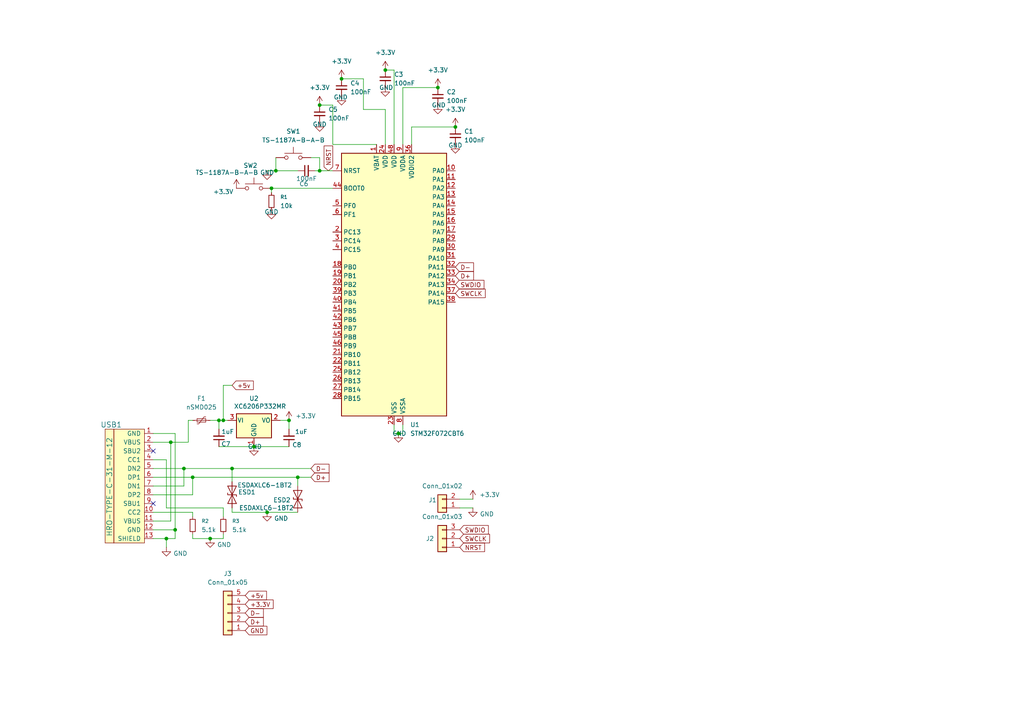
<source format=kicad_sch>
(kicad_sch (version 20250114) (generator "eeschema") (generator_version "9.0")
  (paper "A4")
  (lib_symbols
    (symbol "Connector_Generic:Conn_01x02" (pin_names (offset 1.016) (hide yes))
      (property "Reference" "J" (at 0 2.54 0))
      (property "Value" "Conn_01x02" (at 0 -5.08 0))
      (symbol "Conn_01x02_1_1"
        (rectangle (start -1.27 1.27) (end 1.27 -3.81) (stroke (width 0.254)) (fill (type background)))
        (rectangle (start -1.27 0.127) (end 0 -0.127) (stroke (width 0.1524)))
        (rectangle (start -1.27 -2.413) (end 0 -2.667) (stroke (width 0.1524)))
        (pin passive line (at -5.08 0 0) (length 3.81) (name "Pin_1") (number "1"))
        (pin passive line (at -5.08 -2.54 0) (length 3.81) (name "Pin_2") (number "2"))
      )
    )
    (symbol "Connector_Generic:Conn_01x03" (pin_names (offset 1.016) (hide yes))
      (property "Reference" "J" (at 0 5.08 0))
      (property "Value" "Conn_01x03" (at 0 -5.08 0))
      (symbol "Conn_01x03_1_1"
        (rectangle (start -1.27 3.81) (end 1.27 -3.81) (stroke (width 0.254)) (fill (type background)))
        (rectangle (start -1.27 2.667) (end 0 2.413) (stroke (width 0.1524)))
        (rectangle (start -1.27 0.127) (end 0 -0.127) (stroke (width 0.1524)))
        (rectangle (start -1.27 -2.413) (end 0 -2.667) (stroke (width 0.1524)))
        (pin passive line (at -5.08 2.54 0) (length 3.81) (name "Pin_1") (number "1"))
        (pin passive line (at -5.08 0 0) (length 3.81) (name "Pin_2") (number "2"))
        (pin passive line (at -5.08 -2.54 0) (length 3.81) (name "Pin_3") (number "3"))
      )
    )
    (symbol "Connector_Generic:Conn_01x05" (pin_names (offset 1.016) (hide yes))
      (property "Reference" "J" (at 0 7.62 0))
      (property "Value" "Conn_01x05" (at 0 -7.62 0))
      (symbol "Conn_01x05_1_1"
        (rectangle (start -1.27 6.35) (end 1.27 -6.35) (stroke (width 0.254)) (fill (type background)))
        (rectangle (start -1.27 5.207) (end 0 4.953) (stroke (width 0.1524)))
        (rectangle (start -1.27 2.667) (end 0 2.413) (stroke (width 0.1524)))
        (rectangle (start -1.27 0.127) (end 0 -0.127) (stroke (width 0.1524)))
        (rectangle (start -1.27 -2.413) (end 0 -2.667) (stroke (width 0.1524)))
        (rectangle (start -1.27 -4.953) (end 0 -5.207) (stroke (width 0.1524)))
        (pin passive line (at -5.08 5.08 0) (length 3.81) (name "Pin_1") (number "1"))
        (pin passive line (at -5.08 2.54 0) (length 3.81) (name "Pin_2") (number "2"))
        (pin passive line (at -5.08 0 0) (length 3.81) (name "Pin_3") (number "3"))
        (pin passive line (at -5.08 -2.54 0) (length 3.81) (name "Pin_4") (number "4"))
        (pin passive line (at -5.08 -5.08 0) (length 3.81) (name "Pin_5") (number "5"))
      )
    )
    (symbol "Device:C_Small" (pin_numbers (hide yes)) (pin_names (offset 0.254) (hide yes))
      (property "Reference" "C" (at 0.254 1.778 0))
      (property "Value" "C_Small" (at 0.254 -2.032 0))
      (symbol "C_Small_0_1"
        (polyline (pts (xy -1.524 0.508) (xy 1.524 0.508)) (stroke (width 0.3048)))
        (polyline (pts (xy -1.524 -0.508) (xy 1.524 -0.508)) (stroke (width 0.3302)))
      )
      (symbol "C_Small_1_1"
        (pin passive line (at 0 2.54 270) (length 2.032) (name "~") (number "1"))
        (pin passive line (at 0 -2.54 90) (length 2.032) (name "~") (number "2"))
      )
    )
    (symbol "Device:Polyfuse_Small" (pin_numbers (hide yes)) (pin_names (offset 0))
      (property "Reference" "F" (at -1.905 0 90))
      (property "Value" "Polyfuse_Small" (at 1.905 0 90))
      (symbol "Polyfuse_Small_0_1"
        (polyline (pts (xy -1.016 1.27) (xy -1.016 0.762) (xy 1.016 -0.762) (xy 1.016 -1.27)))
        (rectangle (start -0.508 1.27) (end 0.508 -1.27))
        (polyline (pts (xy 0 2.54) (xy 0 -2.54)))
      )
      (symbol "Polyfuse_Small_1_1"
        (pin passive line (at 0 2.54 270) (length 0.635) (name "~") (number "1"))
        (pin passive line (at 0 -2.54 90) (length 0.635) (name "~") (number "2"))
      )
    )
    (symbol "Device:R_Small" (pin_numbers (hide yes)) (pin_names (offset 0.254) (hide yes))
      (property "Reference" "R" (at 0 0 90))
      (property "Value" "R_Small" (at 1.778 0 90))
      (symbol "R_Small_0_1"
        (rectangle (start -0.762 1.778) (end 0.762 -1.778) (stroke (width 0.2032)))
      )
      (symbol "R_Small_1_1"
        (pin passive line (at 0 2.54 270) (length 0.762) (name "~") (number "1"))
        (pin passive line (at 0 -2.54 90) (length 0.762) (name "~") (number "2"))
      )
    )
    (symbol "Diode:ESD9B3.3ST5G" (pin_numbers (hide yes)) (pin_names (offset 1.016) (hide yes))
      (property "Reference" "D" (at 0 2.54 0))
      (property "Value" "ESD9B3.3ST5G" (at 0 -2.54 0))
      (symbol "ESD9B3.3ST5G_0_1"
        (polyline (pts (xy -2.54 -1.27) (xy 0 0) (xy -2.54 1.27) (xy -2.54 -1.27)) (stroke (width 0.2032)))
        (polyline (pts (xy 0.508 1.27) (xy 0 1.27) (xy 0 -1.27) (xy -0.508 -1.27)) (stroke (width 0.2032)))
        (polyline (pts (xy 1.27 0) (xy -1.27 0)))
        (polyline (pts (xy 2.54 1.27) (xy 2.54 -1.27) (xy 0 0) (xy 2.54 1.27)) (stroke (width 0.2032)))
      )
      (symbol "ESD9B3.3ST5G_1_1"
        (pin passive line (at -3.81 0 0) (length 2.54) (name "A1") (number "1"))
        (pin passive line (at 3.81 0 180) (length 2.54) (name "A2") (number "2"))
      )
    )
    (symbol "MCU_ST_STM32F0:STM32F072CBTx"
      (property "Reference" "U" (at -15.24 39.37 0))
      (property "Value" "STM32F072CBTx" (at 7.62 39.37 0))
      (symbol "STM32F072CBTx_0_1"
        (rectangle (start -15.24 -38.1) (end 15.24 38.1) (stroke (width 0.254)) (fill (type background)))
      )
      (symbol "STM32F072CBTx_1_1"
        (pin input line (at -17.78 33.02 0) (length 2.54) (name "NRST") (number "7"))
        (pin input line (at -17.78 27.94 0) (length 2.54) (name "BOOT0") (number "44"))
        (pin bidirectional line (at -17.78 22.86 0) (length 2.54) (name "PF0") (number "5"))
        (pin bidirectional line (at -17.78 20.32 0) (length 2.54) (name "PF1") (number "6"))
        (pin bidirectional line (at -17.78 15.24 0) (length 2.54) (name "PC13") (number "2"))
        (pin bidirectional line (at -17.78 12.7 0) (length 2.54) (name "PC14") (number "3"))
        (pin bidirectional line (at -17.78 10.16 0) (length 2.54) (name "PC15") (number "4"))
        (pin bidirectional line (at -17.78 5.08 0) (length 2.54) (name "PB0") (number "18"))
        (pin bidirectional line (at -17.78 2.54 0) (length 2.54) (name "PB1") (number "19"))
        (pin bidirectional line (at -17.78 0 0) (length 2.54) (name "PB2") (number "20"))
        (pin bidirectional line (at -17.78 -2.54 0) (length 2.54) (name "PB3") (number "39"))
        (pin bidirectional line (at -17.78 -5.08 0) (length 2.54) (name "PB4") (number "40"))
        (pin bidirectional line (at -17.78 -7.62 0) (length 2.54) (name "PB5") (number "41"))
        (pin bidirectional line (at -17.78 -10.16 0) (length 2.54) (name "PB6") (number "42"))
        (pin bidirectional line (at -17.78 -12.7 0) (length 2.54) (name "PB7") (number "43"))
        (pin bidirectional line (at -17.78 -15.24 0) (length 2.54) (name "PB8") (number "45"))
        (pin bidirectional line (at -17.78 -17.78 0) (length 2.54) (name "PB9") (number "46"))
        (pin bidirectional line (at -17.78 -20.32 0) (length 2.54) (name "PB10") (number "21"))
        (pin bidirectional line (at -17.78 -22.86 0) (length 2.54) (name "PB11") (number "22"))
        (pin bidirectional line (at -17.78 -25.4 0) (length 2.54) (name "PB12") (number "25"))
        (pin bidirectional line (at -17.78 -27.94 0) (length 2.54) (name "PB13") (number "26"))
        (pin bidirectional line (at -17.78 -30.48 0) (length 2.54) (name "PB14") (number "27"))
        (pin bidirectional line (at -17.78 -33.02 0) (length 2.54) (name "PB15") (number "28"))
        (pin power_in line (at -5.08 40.64 270) (length 2.54) (name "VBAT") (number "1"))
        (pin power_in line (at -2.54 40.64 270) (length 2.54) (name "VDD") (number "24"))
        (pin power_in line (at 0 40.64 270) (length 2.54) (name "VDD") (number "48"))
        (pin power_in line (at 0 -40.64 90) (length 2.54) (name "VSS") (number "23"))
        (pin passive line (at 0 -40.64 90) (length 2.54) (hide yes) (name "VSS") (number "35"))
        (pin passive line (at 0 -40.64 90) (length 2.54) (hide yes) (name "VSS") (number "47"))
        (pin power_in line (at 2.54 40.64 270) (length 2.54) (name "VDDA") (number "9"))
        (pin power_in line (at 2.54 -40.64 90) (length 2.54) (name "VSSA") (number "8"))
        (pin power_in line (at 5.08 40.64 270) (length 2.54) (name "VDDIO2") (number "36"))
        (pin bidirectional line (at 17.78 33.02 180) (length 2.54) (name "PA0") (number "10"))
        (pin bidirectional line (at 17.78 30.48 180) (length 2.54) (name "PA1") (number "11"))
        (pin bidirectional line (at 17.78 27.94 180) (length 2.54) (name "PA2") (number "12"))
        (pin bidirectional line (at 17.78 25.4 180) (length 2.54) (name "PA3") (number "13"))
        (pin bidirectional line (at 17.78 22.86 180) (length 2.54) (name "PA4") (number "14"))
        (pin bidirectional line (at 17.78 20.32 180) (length 2.54) (name "PA5") (number "15"))
        (pin bidirectional line (at 17.78 17.78 180) (length 2.54) (name "PA6") (number "16"))
        (pin bidirectional line (at 17.78 15.24 180) (length 2.54) (name "PA7") (number "17"))
        (pin bidirectional line (at 17.78 12.7 180) (length 2.54) (name "PA8") (number "29"))
        (pin bidirectional line (at 17.78 10.16 180) (length 2.54) (name "PA9") (number "30"))
        (pin bidirectional line (at 17.78 7.62 180) (length 2.54) (name "PA10") (number "31"))
        (pin bidirectional line (at 17.78 5.08 180) (length 2.54) (name "PA11") (number "32"))
        (pin bidirectional line (at 17.78 2.54 180) (length 2.54) (name "PA12") (number "33"))
        (pin bidirectional line (at 17.78 0 180) (length 2.54) (name "PA13") (number "34"))
        (pin bidirectional line (at 17.78 -2.54 180) (length 2.54) (name "PA14") (number "37"))
        (pin bidirectional line (at 17.78 -5.08 180) (length 2.54) (name "PA15") (number "38"))
      )
    )
    (symbol "Regulator_Linear:XC6206PxxxMR" (pin_names (offset 0.254))
      (property "Reference" "U" (at -3.81 3.175 0))
      (property "Value" "XC6206PxxxMR" (at 0 3.175 0))
      (symbol "XC6206PxxxMR_0_1"
        (rectangle (start -5.08 1.905) (end 5.08 -5.08) (stroke (width 0.254)) (fill (type background)))
      )
      (symbol "XC6206PxxxMR_1_1"
        (pin power_in line (at -7.62 0 0) (length 2.54) (name "VI") (number "3"))
        (pin power_in line (at 0 -7.62 90) (length 2.54) (name "GND") (number "1"))
        (pin power_out line (at 7.62 0 180) (length 2.54) (name "VO") (number "2"))
      )
    )
    (symbol "Switch:SW_Push" (pin_numbers (hide yes)) (pin_names (offset 1.016) (hide yes))
      (property "Reference" "SW" (at 1.27 2.54 0))
      (property "Value" "SW_Push" (at 0 -1.524 0))
      (symbol "SW_Push_0_1"
        (circle (center -2.032 0) (radius 0.508))
        (polyline (pts (xy 0 1.27) (xy 0 3.048)))
        (circle (center 2.032 0) (radius 0.508))
        (polyline (pts (xy 2.54 1.27) (xy -2.54 1.27)))
        (pin passive line (at -5.08 0 0) (length 2.54) (name "1") (number "1"))
        (pin passive line (at 5.08 0 180) (length 2.54) (name "2") (number "2"))
      )
    )
    (symbol "Type-C:HRO-TYPE-C-31-M-12" (pin_names (offset 1.016))
      (property "Reference" "USB" (at -5.08 16.51 0))
      (property "Value" "HRO-TYPE-C-31-M-12" (at -10.16 -1.27 90))
      (symbol "HRO-TYPE-C-31-M-12_0_1"
        (rectangle (start -11.43 15.24) (end -8.89 -17.78) (fill (type background)))
        (rectangle (start 0 -17.78) (end -8.89 15.24) (fill (type background)))
      )
      (symbol "HRO-TYPE-C-31-M-12_1_1"
        (pin input line (at 2.54 13.97 180) (length 2.54) (name "GND") (number "1"))
        (pin input line (at 2.54 11.43 180) (length 2.54) (name "VBUS") (number "2"))
        (pin input line (at 2.54 8.89 180) (length 2.54) (name "SBU2") (number "3"))
        (pin input line (at 2.54 6.35 180) (length 2.54) (name "CC1") (number "4"))
        (pin input line (at 2.54 3.81 180) (length 2.54) (name "DN2") (number "5"))
        (pin input line (at 2.54 1.27 180) (length 2.54) (name "DP1") (number "6"))
        (pin input line (at 2.54 -1.27 180) (length 2.54) (name "DN1") (number "7"))
        (pin input line (at 2.54 -3.81 180) (length 2.54) (name "DP2") (number "8"))
        (pin input line (at 2.54 -6.35 180) (length 2.54) (name "SBU1") (number "9"))
        (pin input line (at 2.54 -8.89 180) (length 2.54) (name "CC2") (number "10"))
        (pin input line (at 2.54 -11.43 180) (length 2.54) (name "VBUS") (number "11"))
        (pin input line (at 2.54 -13.97 180) (length 2.54) (name "GND") (number "12"))
        (pin input line (at 2.54 -16.51 180) (length 2.54) (name "SHIELD") (number "13"))
      )
    )
    (symbol "power:+3.3V" (power) (pin_numbers (hide yes)) (pin_names (offset 0) (hide yes))
      (property "Value" "+3.3V" (at 0 3.556 0))
      (symbol "+3.3V_0_1"
        (polyline (pts (xy -0.762 1.27) (xy 0 2.54)))
        (polyline (pts (xy 0 2.54) (xy 0.762 1.27)))
        (polyline (pts (xy 0 0) (xy 0 2.54)))
      )
      (symbol "+3.3V_1_1"
        (pin power_in line (at 0 0 90) (length 0) (name "~") (number "1"))
      )
    )
    (symbol "power:GND" (power) (pin_numbers (hide yes)) (pin_names (offset 0) (hide yes))
      (property "Value" "GND" (at 0 -3.81 0))
      (symbol "GND_0_1"
        (polyline (pts (xy 0 0) (xy 0 -1.27) (xy 1.27 -1.27) (xy 0 -2.54) (xy -1.27 -1.27) (xy 0 -1.27)))
      )
      (symbol "GND_1_1"
        (pin power_in line (at 0 0 270) (length 0) (name "~") (number "1"))
      )
    )
  )
  (junction (at 55.88 138.43))
  (junction (at 49.53 128.27))
  (junction (at 86.36 138.43))
  (junction (at 115.57 125.73))
  (junction (at 92.71 49.53))
  (junction (at 127 25.4))
  (junction (at 77.47 148.59))
  (junction (at 53.34 135.89))
  (junction (at 73.66 129.54))
  (junction (at 60.96 156.21))
  (junction (at 64.77 121.92))
  (junction (at 80.01 49.53))
  (junction (at 78.74 54.61))
  (junction (at 67.31 135.89))
  (junction (at 83.82 121.92))
  (junction (at 50.8 153.67))
  (junction (at 92.71 30.48))
  (junction (at 63.5 121.92))
  (junction (at 99.06 22.86))
  (junction (at 132.08 36.83))
  (junction (at 111.76 20.32))
  (junction (at 48.26 156.21))
  (no_connect (at 44.45 146.05))
  (no_connect (at 44.45 130.81))
  (wire (pts (xy 44.45 138.43) (xy 55.88 138.43)))
  (wire (pts (xy 78.74 54.61) (xy 78.74 55.88)))
  (wire (pts (xy 53.34 140.97) (xy 53.34 135.89)))
  (wire (pts (xy 92.71 49.53) (xy 92.71 45.72)))
  (wire (pts (xy 86.36 138.43) (xy 86.36 140.97)))
  (wire (pts (xy 77.47 148.59) (xy 86.36 148.59)))
  (wire (pts (xy 50.8 153.67) (xy 44.45 153.67)))
  (wire (pts (xy 48.26 156.21) (xy 50.8 156.21)))
  (wire (pts (xy 119.38 41.91) (xy 119.38 36.83)))
  (wire (pts (xy 64.77 156.21) (xy 64.77 154.94)))
  (wire (pts (xy 80.01 45.72) (xy 80.01 49.53)))
  (wire (pts (xy 91.44 49.53) (xy 92.71 49.53)))
  (wire (pts (xy 86.36 138.43) (xy 90.17 138.43)))
  (wire (pts (xy 64.77 149.86) (xy 64.77 147.32)))
  (wire (pts (xy 116.84 125.73) (xy 116.84 123.19)))
  (wire (pts (xy 111.76 41.91) (xy 111.76 31.75)))
  (wire (pts (xy 92.71 49.53) (xy 96.52 49.53)))
  (wire (pts (xy 63.5 121.92) (xy 63.5 124.46)))
  (wire (pts (xy 111.76 31.75) (xy 105.41 31.75)))
  (wire (pts (xy 54.61 121.92) (xy 55.88 121.92)))
  (wire (pts (xy 80.01 49.53) (xy 86.36 49.53)))
  (wire (pts (xy 83.82 124.46) (xy 83.82 121.92)))
  (wire (pts (xy 64.77 111.76) (xy 64.77 121.92)))
  (wire (pts (xy 67.31 147.32) (xy 67.31 148.59)))
  (wire (pts (xy 96.52 54.61) (xy 78.74 54.61)))
  (wire (pts (xy 44.45 135.89) (xy 53.34 135.89)))
  (wire (pts (xy 105.41 22.86) (xy 99.06 22.86)))
  (wire (pts (xy 96.52 41.91) (xy 109.22 41.91)))
  (wire (pts (xy 114.3 41.91) (xy 114.3 20.32)))
  (wire (pts (xy 73.66 129.54) (xy 83.82 129.54)))
  (wire (pts (xy 83.82 121.92) (xy 81.28 121.92)))
  (wire (pts (xy 114.3 125.73) (xy 115.57 125.73)))
  (wire (pts (xy 44.45 143.51) (xy 55.88 143.51)))
  (wire (pts (xy 115.57 125.73) (xy 116.84 125.73)))
  (wire (pts (xy 60.96 156.21) (xy 64.77 156.21)))
  (wire (pts (xy 114.3 20.32) (xy 111.76 20.32)))
  (wire (pts (xy 96.52 30.48) (xy 96.52 41.91)))
  (wire (pts (xy 60.96 121.92) (xy 63.5 121.92)))
  (wire (pts (xy 49.53 151.13) (xy 49.53 128.27)))
  (wire (pts (xy 55.88 156.21) (xy 60.96 156.21)))
  (wire (pts (xy 44.45 156.21) (xy 48.26 156.21)))
  (wire (pts (xy 63.5 121.92) (xy 64.77 121.92)))
  (wire (pts (xy 67.31 135.89) (xy 67.31 139.7)))
  (wire (pts (xy 48.26 156.21) (xy 48.26 158.75)))
  (wire (pts (xy 48.26 147.32) (xy 48.26 133.35)))
  (wire (pts (xy 55.88 148.59) (xy 44.45 148.59)))
  (wire (pts (xy 67.31 111.76) (xy 64.77 111.76)))
  (wire (pts (xy 92.71 45.72) (xy 90.17 45.72)))
  (wire (pts (xy 44.45 125.73) (xy 50.8 125.73)))
  (wire (pts (xy 44.45 128.27) (xy 49.53 128.27)))
  (wire (pts (xy 114.3 123.19) (xy 114.3 125.73)))
  (wire (pts (xy 44.45 151.13) (xy 49.53 151.13)))
  (wire (pts (xy 55.88 143.51) (xy 55.88 138.43)))
  (wire (pts (xy 64.77 147.32) (xy 48.26 147.32)))
  (wire (pts (xy 105.41 31.75) (xy 105.41 22.86)))
  (wire (pts (xy 49.53 128.27) (xy 54.61 128.27)))
  (wire (pts (xy 64.77 121.92) (xy 66.04 121.92)))
  (wire (pts (xy 116.84 25.4) (xy 127 25.4)))
  (wire (pts (xy 50.8 156.21) (xy 50.8 153.67)))
  (wire (pts (xy 55.88 138.43) (xy 86.36 138.43)))
  (wire (pts (xy 63.5 129.54) (xy 73.66 129.54)))
  (wire (pts (xy 44.45 140.97) (xy 53.34 140.97)))
  (wire (pts (xy 50.8 125.73) (xy 50.8 153.67)))
  (wire (pts (xy 77.47 49.53) (xy 80.01 49.53)))
  (wire (pts (xy 53.34 135.89) (xy 67.31 135.89)))
  (wire (pts (xy 116.84 41.91) (xy 116.84 25.4)))
  (wire (pts (xy 133.35 144.78) (xy 137.16 144.78)))
  (wire (pts (xy 67.31 148.59) (xy 77.47 148.59)))
  (wire (pts (xy 67.31 135.89) (xy 90.17 135.89)))
  (wire (pts (xy 55.88 154.94) (xy 55.88 156.21)))
  (wire (pts (xy 48.26 133.35) (xy 44.45 133.35)))
  (wire (pts (xy 92.71 30.48) (xy 96.52 30.48)))
  (wire (pts (xy 54.61 128.27) (xy 54.61 121.92)))
  (wire (pts (xy 133.35 147.32) (xy 137.16 147.32)))
  (wire (pts (xy 55.88 149.86) (xy 55.88 148.59)))
  (wire (pts (xy 119.38 36.83) (xy 132.08 36.83)))
  (global_label "GND" (shape input) (at 71.12 182.88 0) (property "Intersheetrefs" "${INTERSHEET_REFS}" (effects (hide yes))))
  (global_label "SWDIO" (shape input) (at 133.35 153.67 0) (property "Intersheetrefs" "${INTERSHEET_REFS}" (effects (hide yes))))
  (global_label "NRST" (shape input) (at 95.25 49.53 90) (property "Intersheetrefs" "${INTERSHEET_REFS}" (effects (hide yes))))
  (global_label "SWCLK" (shape input) (at 132.08 85.09 0) (property "Intersheetrefs" "${INTERSHEET_REFS}" (effects (hide yes))))
  (global_label "+5v" (shape input) (at 67.31 111.76 0) (property "Intersheetrefs" "${INTERSHEET_REFS}" (effects (hide yes))))
  (global_label "SWCLK" (shape input) (at 133.35 156.21 0) (property "Intersheetrefs" "${INTERSHEET_REFS}" (effects (hide yes))))
  (global_label "D+" (shape input) (at 71.12 180.34 0) (property "Intersheetrefs" "${INTERSHEET_REFS}" (effects (hide yes))))
  (global_label "D-" (shape input) (at 132.08 77.47 0) (property "Intersheetrefs" "${INTERSHEET_REFS}" (effects (hide yes))))
  (global_label "SWDIO" (shape input) (at 132.08 82.55 0) (property "Intersheetrefs" "${INTERSHEET_REFS}" (effects (hide yes))))
  (global_label "D+" (shape input) (at 132.08 80.01 0) (property "Intersheetrefs" "${INTERSHEET_REFS}" (effects (hide yes))))
  (global_label "D-" (shape input) (at 71.12 177.8 0) (property "Intersheetrefs" "${INTERSHEET_REFS}" (effects (hide yes))))
  (global_label "D-" (shape input) (at 90.17 135.89 0) (property "Intersheetrefs" "${INTERSHEET_REFS}" (effects (hide yes))))
  (global_label "+3.3V" (shape input) (at 71.12 175.26 0) (property "Intersheetrefs" "${INTERSHEET_REFS}" (effects (hide yes))))
  (global_label "+5v" (shape input) (at 71.12 172.72 0) (property "Intersheetrefs" "${INTERSHEET_REFS}" (effects (hide yes))))
  (global_label "NRST" (shape input) (at 133.35 158.75 0) (property "Intersheetrefs" "${INTERSHEET_REFS}" (effects (hide yes))))
  (global_label "D+" (shape input) (at 90.17 138.43 0) (property "Intersheetrefs" "${INTERSHEET_REFS}" (effects (hide yes))))
  (symbol (lib_id "Connector_Generic:Conn_01x05") (at 66.04 177.8 180) (unit 1)
    (property "Reference" "J3" (at 66.04 166.37 0))
    (property "Value" "Conn_01x05" (at 66.04 168.91 0))
    (property "Footprint" "Connector_PinHeader_2.54mm:PinHeader_1x05_P2.54mm_Vertical" (effects (hide yes)))
    (property "Description" "Generic connector, single row, 01x05, script generated (kicad-library-utils/schlib/autogen/connector/)" (effects (hide yes)))
  )
  (symbol (lib_id "power:+3.3V") (at 111.76 20.32 0) (unit 1)
    (property "Reference" "#PWR03" (effects (hide yes)))
    (property "Value" "+3.3V" (at 111.76 15.24 0))
    (property "Description" "Power symbol creates a global label with name \"+3.3V\"" (effects (hide yes)))
  )
  (symbol (lib_id "Device:C_Small") (at 132.08 39.37 0) (unit 1)
    (property "Reference" "C1" (at 134.62 38.1062 0) (effects (justify left)))
    (property "Value" "100nF" (at 134.62 40.6462 0) (effects (justify left)))
    (property "Footprint" "Capacitor_SMD:C_0402_1005Metric" (effects (hide yes)))
    (property "Description" "Unpolarized capacitor, small symbol" (effects (hide yes)))
  )
  (symbol (lib_id "power:GND") (at 73.66 129.54 0) (unit 1)
    (property "Reference" "#PWR015" (effects (hide yes)))
    (property "Value" "GND" (at 73.914 129.54 0))
    (property "Description" "Power symbol creates a global label with name \"GND\" , ground" (effects (hide yes)))
  )
  (symbol (lib_id "power:+3.3V") (at 127 25.4 0) (unit 1)
    (property "Reference" "#PWR02" (effects (hide yes)))
    (property "Value" "+3.3V" (at 127 20.32 0))
    (property "Description" "Power symbol creates a global label with name \"+3.3V\"" (effects (hide yes)))
  )
  (symbol (lib_id "power:+3.3V") (at 132.08 36.83 0) (unit 1)
    (property "Reference" "#PWR01" (effects (hide yes)))
    (property "Value" "+3.3V" (at 132.08 31.75 0))
    (property "Description" "Power symbol creates a global label with name \"+3.3V\"" (effects (hide yes)))
  )
  (symbol (lib_id "Switch:SW_Push") (at 73.66 54.61 0) (unit 1)
    (property "Reference" "SW2" (at 72.644 48.006 0))
    (property "Value" "TS-1187A-B-A-B" (at 65.786 50.038 0))
    (property "Footprint" "random-keyboard-parts:SKQG-1155865" (effects (hide yes)))
    (property "Description" "Push button switch, generic, two pins" (effects (hide yes)))
  )
  (symbol (lib_id "Device:Polyfuse_Small") (at 58.42 121.92 90) (unit 1)
    (property "Reference" "F1" (at 58.42 115.57 90))
    (property "Value" "nSMD025" (at 58.42 118.11 90))
    (property "Footprint" "Fuse:Fuse_1206_3216Metric" (effects (hide yes)))
    (property "Description" "Resettable fuse, polymeric positive temperature coefficient, small symbol" (effects (hide yes)))
  )
  (symbol (lib_id "power:GND") (at 77.47 148.59 0) (unit 1)
    (property "Reference" "#PWR017" (effects (hide yes)))
    (property "Value" "GND" (at 81.534 150.368 0))
    (property "Description" "Power symbol creates a global label with name \"GND\" , ground" (effects (hide yes)))
  )
  (symbol (lib_id "Device:R_Small") (at 64.77 152.4 0) (unit 1)
    (property "Reference" "R3" (at 67.31 151.1299 0) (effects (font (size 1.016 1.016)) (justify left)))
    (property "Value" "5.1k" (at 67.31 153.6699 0) (effects (justify left)))
    (property "Footprint" "Resistor_SMD:R_0603_1608Metric" (effects (hide yes)))
    (property "Description" "Resistor, small symbol" (effects (hide yes)))
  )
  (symbol (lib_id "Switch:SW_Push") (at 85.09 45.72 0) (unit 1)
    (property "Reference" "SW1" (at 85.09 38.1 0))
    (property "Value" "TS-1187A-B-A-B" (at 85.09 40.64 0))
    (property "Footprint" "random-keyboard-parts:SKQG-1155865" (effects (hide yes)))
    (property "Description" "Push button switch, generic, two pins" (effects (hide yes)))
  )
  (symbol (lib_id "power:+3.3V") (at 68.58 54.61 0) (unit 1)
    (property "Reference" "#PWR013" (effects (hide yes)))
    (property "Value" "+3.3V" (at 64.77 55.626 0))
    (property "Description" "Power symbol creates a global label with name \"+3.3V\"" (effects (hide yes)))
  )
  (symbol (lib_id "power:GND") (at 127 30.48 0) (unit 1)
    (property "Reference" "#PWR09" (effects (hide yes)))
    (property "Value" "GND" (at 127.254 30.48 0))
    (property "Description" "Power symbol creates a global label with name \"GND\" , ground" (effects (hide yes)))
  )
  (symbol (lib_id "power:+3.3V") (at 92.71 30.48 0) (unit 1)
    (property "Reference" "#PWR05" (effects (hide yes)))
    (property "Value" "+3.3V" (at 92.71 25.4 0))
    (property "Description" "Power symbol creates a global label with name \"+3.3V\"" (effects (hide yes)))
  )
  (symbol (lib_id "Device:C_Small") (at 127 27.94 0) (unit 1)
    (property "Reference" "C2" (at 129.54 26.6762 0) (effects (justify left)))
    (property "Value" "100nF" (at 129.54 29.2162 0) (effects (justify left)))
    (property "Footprint" "Capacitor_SMD:C_0402_1005Metric" (effects (hide yes)))
    (property "Description" "Unpolarized capacitor, small symbol" (effects (hide yes)))
  )
  (symbol (lib_id "Connector_Generic:Conn_01x03") (at 128.27 156.21 180) (unit 1)
    (property "Reference" "J2" (at 124.714 156.21 0))
    (property "Value" "Conn_01x03" (at 128.27 149.86 0))
    (property "Footprint" "Connector_PinHeader_2.54mm:PinHeader_1x03_P2.54mm_Vertical" (effects (hide yes)))
    (property "Description" "Generic connector, single row, 01x03, script generated (kicad-library-utils/schlib/autogen/connector/)" (effects (hide yes)))
  )
  (symbol (lib_id "Connector_Generic:Conn_01x02") (at 128.27 147.32 180) (unit 1)
    (property "Reference" "J1" (at 125.476 145.034 0))
    (property "Value" "Conn_01x02" (at 128.27 140.97 0))
    (property "Footprint" "Connector_PinHeader_2.54mm:PinHeader_1x02_P2.54mm_Vertical" (effects (hide yes)))
    (property "Description" "Generic connector, single row, 01x02, script generated (kicad-library-utils/schlib/autogen/connector/)" (effects (hide yes)))
  )
  (symbol (lib_id "power:GND") (at 92.71 35.56 0) (unit 1)
    (property "Reference" "#PWR06" (effects (hide yes)))
    (property "Value" "GND" (at 92.71 36.068 0))
    (property "Description" "Power symbol creates a global label with name \"GND\" , ground" (effects (hide yes)))
  )
  (symbol (lib_id "power:+3.3V") (at 137.16 144.78 0) (unit 1)
    (property "Reference" "#PWR020" (effects (hide yes)))
    (property "Value" "+3.3V" (at 141.986 143.51 0))
    (property "Description" "Power symbol creates a global label with name \"+3.3V\"" (effects (hide yes)))
  )
  (symbol (lib_id "Diode:ESD9B3.3ST5G") (at 67.31 143.51 90) (unit 1)
    (property "Reference" "ESD1" (at 69.088 142.748 90) (effects (justify right)))
    (property "Value" "ESDAXLC6-1BT2" (at 68.834 140.716 90) (effects (justify right)))
    (property "Footprint" "Diode_SMD:D_SOD-882" (effects (hide yes)))
    (property "Datasheet" "https://www.onsemi.com/pub/Collateral/ESD9B-D.PDF" (effects (hide yes)))
    (property "Description" "ESD protection diode, 3.3Vrwm, SOD-923" (effects (hide yes)))
  )
  (symbol (lib_id "Diode:ESD9B3.3ST5G") (at 86.36 144.78 90) (unit 1)
    (property "Reference" "ESD2" (at 79.248 145.034 90) (effects (justify right)))
    (property "Value" "ESDAXLC6-1BT2" (at 69.342 147.32 90) (effects (justify right)))
    (property "Footprint" "Diode_SMD:D_SOD-882" (effects (hide yes)))
    (property "Datasheet" "https://www.onsemi.com/pub/Collateral/ESD9B-D.PDF" (effects (hide yes)))
    (property "Description" "ESD protection diode, 3.3Vrwm, SOD-923" (effects (hide yes)))
  )
  (symbol (lib_id "Type-C:HRO-TYPE-C-31-M-12") (at 41.91 139.7 0) (unit 1)
    (property "Reference" "USB1" (at 32.258 123.19 0) (effects (font (size 1.524 1.524))))
    (property "Value" "HRO-TYPE-C-31-M-12" (at 31.75 141.224 90) (effects (font (size 1.524 1.524))))
    (property "Footprint" "Connector_USB:USB_C_Receptacle_HRO_TYPE-C-31-M-12" (effects (hide yes)))
  )
  (symbol (lib_id "Device:C_Small") (at 92.71 33.02 0) (unit 1)
    (property "Reference" "C5" (at 95.25 31.7562 0) (effects (justify left)))
    (property "Value" "100nF" (at 95.25 34.2962 0) (effects (justify left)))
    (property "Footprint" "Capacitor_SMD:C_0402_1005Metric" (effects (hide yes)))
    (property "Description" "Unpolarized capacitor, small symbol" (effects (hide yes)))
  )
  (symbol (lib_id "Device:R_Small") (at 78.74 58.42 0) (unit 1)
    (property "Reference" "R1" (at 81.28 57.1499 0) (effects (font (size 1.016 1.016)) (justify left)))
    (property "Value" "10k" (at 81.28 59.6899 0) (effects (justify left)))
    (property "Footprint" "Resistor_SMD:R_0603_1608Metric" (effects (hide yes)))
    (property "Description" "Resistor, small symbol" (effects (hide yes)))
  )
  (symbol (lib_id "Device:R_Small") (at 55.88 152.4 0) (unit 1)
    (property "Reference" "R2" (at 58.42 151.1299 0) (effects (font (size 1.016 1.016)) (justify left)))
    (property "Value" "5.1k" (at 58.42 153.6699 0) (effects (justify left)))
    (property "Footprint" "Resistor_SMD:R_0603_1608Metric" (effects (hide yes)))
    (property "Description" "Resistor, small symbol" (effects (hide yes)))
  )
  (symbol (lib_id "power:GND") (at 137.16 147.32 0) (unit 1)
    (property "Reference" "#PWR021" (effects (hide yes)))
    (property "Value" "GND" (at 141.224 149.098 0))
    (property "Description" "Power symbol creates a global label with name \"GND\" , ground" (effects (hide yes)))
  )
  (symbol (lib_id "Device:C_Small") (at 83.82 127 180) (unit 1)
    (property "Reference" "C8" (at 86.106 129.032 0))
    (property "Value" "1uF" (at 87.376 125.222 0))
    (property "Footprint" "Capacitor_SMD:C_0603_1608Metric" (effects (hide yes)))
    (property "Description" "Unpolarized capacitor, small symbol" (effects (hide yes)))
  )
  (symbol (lib_id "Device:C_Small") (at 99.06 25.4 0) (unit 1)
    (property "Reference" "C4" (at 101.6 24.1362 0) (effects (justify left)))
    (property "Value" "100nF" (at 101.6 26.6762 0) (effects (justify left)))
    (property "Footprint" "Capacitor_SMD:C_0402_1005Metric" (effects (hide yes)))
    (property "Description" "Unpolarized capacitor, small symbol" (effects (hide yes)))
  )
  (symbol (lib_id "power:GND") (at 77.47 49.53 0) (unit 1)
    (property "Reference" "#PWR011" (effects (hide yes)))
    (property "Value" "GND" (at 77.47 50.038 0))
    (property "Description" "Power symbol creates a global label with name \"GND\" , ground" (effects (hide yes)))
  )
  (symbol (lib_id "power:+3.3V") (at 83.82 121.92 0) (unit 1)
    (property "Reference" "#PWR016" (effects (hide yes)))
    (property "Value" "+3.3V" (at 88.646 120.65 0))
    (property "Description" "Power symbol creates a global label with name \"+3.3V\"" (effects (hide yes)))
  )
  (symbol (lib_id "power:GND") (at 115.57 125.73 0) (unit 1)
    (property "Reference" "#PWR014" (effects (hide yes)))
    (property "Value" "GND" (at 115.824 125.73 0))
    (property "Description" "Power symbol creates a global label with name \"GND\" , ground" (effects (hide yes)))
  )
  (symbol (lib_id "Regulator_Linear:XC6206PxxxMR") (at 73.66 121.92 0) (unit 1)
    (property "Reference" "U2" (at 73.66 115.57 0))
    (property "Value" "XC6206P332MR" (at 75.438 117.856 0))
    (property "Footprint" "Package_TO_SOT_SMD:SOT-23-3" (effects (hide yes)))
    (property "Datasheet" "https://www.torexsemi.com/file/xc6206/XC6206.pdf" (effects (hide yes)))
    (property "Description" "Positive 60-250mA Low Dropout Regulator, Fixed Output, SOT-23" (effects (hide yes)))
  )
  (symbol (lib_id "Device:C_Small") (at 88.9 49.53 90) (unit 1)
    (property "Reference" "C6" (at 88.138 53.34 90))
    (property "Value" "100nF" (at 88.9 51.816 90))
    (property "Footprint" "Capacitor_SMD:C_0402_1005Metric" (effects (hide yes)))
    (property "Description" "Unpolarized capacitor, small symbol" (effects (hide yes)))
  )
  (symbol (lib_id "power:GND") (at 78.74 60.96 0) (unit 1)
    (property "Reference" "#PWR012" (effects (hide yes)))
    (property "Value" "GND" (at 78.74 61.468 0))
    (property "Description" "Power symbol creates a global label with name \"GND\" , ground" (effects (hide yes)))
  )
  (symbol (lib_id "MCU_ST_STM32F0:STM32F072CBTx") (at 114.3 82.55 0) (unit 1)
    (property "Reference" "U1" (at 118.9833 123.19 0) (effects (justify left)))
    (property "Value" "STM32F072CBT6" (at 118.9833 125.73 0) (effects (justify left)))
    (property "Footprint" "Package_QFP:LQFP-48_7x7mm_P0.5mm" (effects (hide yes)))
    (property "Datasheet" "https://www.st.com/resource/en/datasheet/stm32f072cb.pdf" (effects (hide yes)))
    (property "Description" "STMicroelectronics Arm Cortex-M0 MCU, 128KB flash, 16KB RAM, 48 MHz, 2.0-3.6V, 37 GPIO, LQFP48" (effects (hide yes)))
  )
  (symbol (lib_id "power:GND") (at 111.76 25.4 0) (unit 1)
    (property "Reference" "#PWR08" (effects (hide yes)))
    (property "Value" "GND" (at 112.014 25.4 0))
    (property "Description" "Power symbol creates a global label with name \"GND\" , ground" (effects (hide yes)))
  )
  (symbol (lib_id "power:GND") (at 132.08 41.91 0) (unit 1)
    (property "Reference" "#PWR010" (effects (hide yes)))
    (property "Value" "GND" (at 132.08 42.164 0))
    (property "Description" "Power symbol creates a global label with name \"GND\" , ground" (effects (hide yes)))
  )
  (symbol (lib_id "Device:C_Small") (at 111.76 22.86 0) (unit 1)
    (property "Reference" "C3" (at 114.3 21.5962 0) (effects (justify left)))
    (property "Value" "100nF" (at 114.3 24.1362 0) (effects (justify left)))
    (property "Footprint" "Capacitor_SMD:C_0402_1005Metric" (effects (hide yes)))
    (property "Description" "Unpolarized capacitor, small symbol" (effects (hide yes)))
  )
  (symbol (lib_id "power:GND") (at 48.26 158.75 0) (unit 1)
    (property "Reference" "#PWR019" (effects (hide yes)))
    (property "Value" "GND" (at 52.324 160.528 0))
    (property "Description" "Power symbol creates a global label with name \"GND\" , ground" (effects (hide yes)))
  )
  (symbol (lib_id "power:+3.3V") (at 99.06 22.86 0) (unit 1)
    (property "Reference" "#PWR04" (effects (hide yes)))
    (property "Value" "+3.3V" (at 99.06 17.78 0))
    (property "Description" "Power symbol creates a global label with name \"+3.3V\"" (effects (hide yes)))
  )
  (symbol (lib_id "power:GND") (at 99.06 27.94 0) (unit 1)
    (property "Reference" "#PWR07" (effects (hide yes)))
    (property "Value" "GND" (at 98.806 28.194 0))
    (property "Description" "Power symbol creates a global label with name \"GND\" , ground" (effects (hide yes)))
  )
  (symbol (lib_id "power:GND") (at 60.96 156.21 0) (unit 1)
    (property "Reference" "#PWR018" (effects (hide yes)))
    (property "Value" "GND" (at 65.024 157.988 0))
    (property "Description" "Power symbol creates a global label with name \"GND\" , ground" (effects (hide yes)))
  )
  (symbol (lib_id "Device:C_Small") (at 63.5 127 180) (unit 1)
    (property "Reference" "C7" (at 65.532 128.778 0))
    (property "Value" "1uF" (at 66.04 125.222 0))
    (property "Footprint" "Capacitor_SMD:C_0603_1608Metric" (effects (hide yes)))
    (property "Description" "Unpolarized capacitor, small symbol" (effects (hide yes)))
  )
)
</source>
